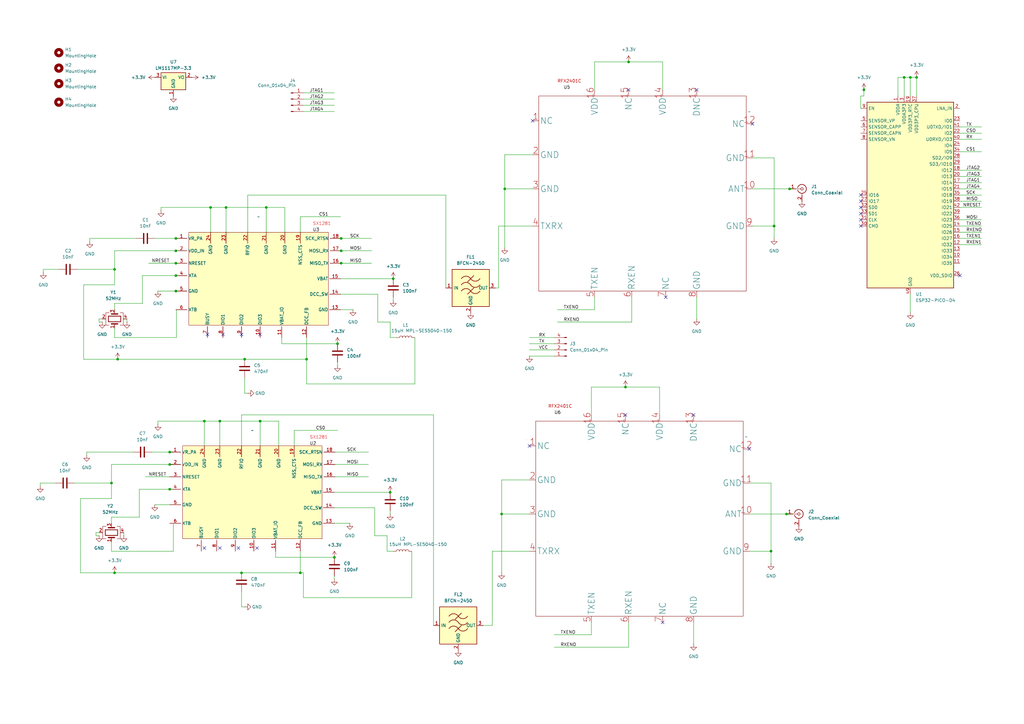
<source format=kicad_sch>
(kicad_sch (version 20250114) (generator "eeschema") (generator_version "9.0")
  (paper "A3")
  (lib_symbols
    (symbol "Connector:Conn_01x04_Pin" (pin_names (offset 1.016) (hide yes))
      (property "Reference" "J" (at 0 5.08 0))
      (property "Value" "Conn_01x04_Pin" (at 0 -7.62 0))
      (symbol "Conn_01x04_Pin_1_1"
        (rectangle (start 0.8636 2.667) (end 0 2.413) (stroke (width 0.1524)) (fill (type outline)))
        (rectangle (start 0.8636 0.127) (end 0 -0.127) (stroke (width 0.1524)) (fill (type outline)))
        (rectangle (start 0.8636 -2.413) (end 0 -2.667) (stroke (width 0.1524)) (fill (type outline)))
        (rectangle (start 0.8636 -4.953) (end 0 -5.207) (stroke (width 0.1524)) (fill (type outline)))
        (polyline (pts (xy 1.27 2.54) (xy 0.8636 2.54)) (stroke (width 0.1524)))
        (polyline (pts (xy 1.27 0) (xy 0.8636 0)) (stroke (width 0.1524)))
        (polyline (pts (xy 1.27 -2.54) (xy 0.8636 -2.54)) (stroke (width 0.1524)))
        (polyline (pts (xy 1.27 -5.08) (xy 0.8636 -5.08)) (stroke (width 0.1524)))
        (pin passive line (at 5.08 2.54 180) (length 3.81) (name "Pin_1") (number "1"))
        (pin passive line (at 5.08 0 180) (length 3.81) (name "Pin_2") (number "2"))
        (pin passive line (at 5.08 -2.54 180) (length 3.81) (name "Pin_3") (number "3"))
        (pin passive line (at 5.08 -5.08 180) (length 3.81) (name "Pin_4") (number "4"))
      )
    )
    (symbol "Connector:Conn_Coaxial" (pin_names (offset 1.016) (hide yes))
      (property "Reference" "J" (at 0.254 3.048 0))
      (property "Value" "Conn_Coaxial" (at 2.921 0 90))
      (symbol "Conn_Coaxial_0_1"
        (polyline (pts (xy -2.54 0) (xy -0.508 0)))
        (arc (start 1.778 0) (mid 0.222 -1.8079) (end -1.778 -0.508) (stroke (width 0.254)))
        (arc (start -1.778 0.508) (mid 0.2221 1.8084) (end 1.778 0) (stroke (width 0.254)))
        (circle (center 0 0) (radius 0.508) (stroke (width 0.2032)))
        (polyline (pts (xy 0 -2.54) (xy 0 -1.778)))
      )
      (symbol "Conn_Coaxial_1_1"
        (pin passive line (at -5.08 0 0) (length 2.54) (name "In") (number "1"))
        (pin passive line (at 0 -5.08 90) (length 2.54) (name "Ext") (number "2"))
      )
    )
    (symbol "Device:C" (pin_numbers (hide yes)) (pin_names (offset 0.254))
      (property "Reference" "C" (at 0.635 2.54 0))
      (property "Value" "C" (at 0.635 -2.54 0))
      (symbol "C_0_1"
        (polyline (pts (xy -2.032 0.762) (xy 2.032 0.762)) (stroke (width 0.508)))
        (polyline (pts (xy -2.032 -0.762) (xy 2.032 -0.762)) (stroke (width 0.508)))
      )
      (symbol "C_1_1"
        (pin passive line (at 0 3.81 270) (length 2.794) (name "~") (number "1"))
        (pin passive line (at 0 -3.81 90) (length 2.794) (name "~") (number "2"))
      )
    )
    (symbol "Device:Crystal_GND24" (pin_names (offset 1.016) (hide yes))
      (property "Reference" "Y" (at 3.175 5.08 0))
      (property "Value" "Crystal_GND24" (at 3.175 3.175 0))
      (symbol "Crystal_GND24_0_1"
        (polyline (pts (xy -2.54 2.286) (xy -2.54 3.556) (xy 2.54 3.556) (xy 2.54 2.286)))
        (polyline (pts (xy -2.54 0) (xy -2.032 0)))
        (polyline (pts (xy -2.54 -2.286) (xy -2.54 -3.556) (xy 2.54 -3.556) (xy 2.54 -2.286)))
        (polyline (pts (xy -2.032 -1.27) (xy -2.032 1.27)) (stroke (width 0.508)))
        (rectangle (start -1.143 2.54) (end 1.143 -2.54) (stroke (width 0.3048)))
        (polyline (pts (xy 0 3.556) (xy 0 3.81)))
        (polyline (pts (xy 0 -3.81) (xy 0 -3.556)))
        (polyline (pts (xy 2.032 0) (xy 2.54 0)))
        (polyline (pts (xy 2.032 -1.27) (xy 2.032 1.27)) (stroke (width 0.508)))
      )
      (symbol "Crystal_GND24_1_1"
        (pin passive line (at -3.81 0 0) (length 1.27) (name "1") (number "1"))
        (pin passive line (at 0 5.08 270) (length 1.27) (name "2") (number "2"))
        (pin passive line (at 0 -5.08 90) (length 1.27) (name "4") (number "4"))
        (pin passive line (at 3.81 0 180) (length 1.27) (name "3") (number "3"))
      )
    )
    (symbol "Device:L" (pin_numbers (hide yes)) (pin_names (offset 1.016) (hide yes))
      (property "Reference" "L" (at -1.27 0 90))
      (property "Value" "L" (at 1.905 0 90))
      (symbol "L_0_1"
        (arc (start 0 2.54) (mid 0.6323 1.905) (end 0 1.27))
        (arc (start 0 1.27) (mid 0.6323 0.635) (end 0 0))
        (arc (start 0 0) (mid 0.6323 -0.635) (end 0 -1.27))
        (arc (start 0 -1.27) (mid 0.6323 -1.905) (end 0 -2.54))
      )
      (symbol "L_1_1"
        (pin passive line (at 0 3.81 270) (length 1.27) (name "1") (number "1"))
        (pin passive line (at 0 -3.81 90) (length 1.27) (name "2") (number "2"))
      )
    )
    (symbol "MCU_Espressif:ESP32-PICO-D4"
      (property "Reference" "U" (at -17.78 39.37 0))
      (property "Value" "ESP32-PICO-D4" (at 3.81 39.37 0))
      (symbol "ESP32-PICO-D4_0_0"
        (pin input line (at -20.32 35.56 0) (length 2.54) (name "EN") (number "9"))
        (pin input line (at -20.32 30.48 0) (length 2.54) (name "SENSOR_VP") (number "5"))
        (pin input line (at -20.32 27.94 0) (length 2.54) (name "SENSOR_CAPP") (number "6"))
        (pin input line (at -20.32 25.4 0) (length 2.54) (name "SENSOR_CAPN") (number "7"))
        (pin input line (at -20.32 22.86 0) (length 2.54) (name "SENSOR_VN") (number "8"))
        (pin bidirectional line (at -20.32 0 0) (length 2.54) (name "IO16") (number "25"))
        (pin bidirectional line (at -20.32 -2.54 0) (length 2.54) (name "IO17") (number "27"))
        (pin bidirectional line (at -20.32 -5.08 0) (length 2.54) (name "SD0") (number "32"))
        (pin bidirectional line (at -20.32 -7.62 0) (length 2.54) (name "SD1") (number "33"))
        (pin bidirectional line (at -20.32 -10.16 0) (length 2.54) (name "CLK") (number "31"))
        (pin bidirectional line (at -20.32 -12.7 0) (length 2.54) (name "CMD") (number "30"))
        (pin no_connect line (at -17.78 -25.4 0) (length 2.54) (hide yes) (name "XTAL_N_NC") (number "44"))
        (pin no_connect line (at -17.78 -27.94 0) (length 2.54) (hide yes) (name "XTAL_P_NC") (number "45"))
        (pin no_connect line (at -17.78 -30.48 0) (length 2.54) (hide yes) (name "CAP2_NC") (number "47"))
        (pin no_connect line (at -17.78 -33.02 0) (length 2.54) (hide yes) (name "CAP1_NC") (number "48"))
        (pin power_in line (at -5.08 40.64 270) (length 2.54) (name "VDDA") (number "1"))
        (pin passive line (at -5.08 40.64 270) (length 2.54) (hide yes) (name "VDDA") (number "43"))
        (pin passive line (at -5.08 40.64 270) (length 2.54) (hide yes) (name "VDDA") (number "46"))
        (pin power_in line (at -2.54 40.64 270) (length 2.54) (name "VDDA3P3") (number "3"))
        (pin passive line (at -2.54 40.64 270) (length 2.54) (hide yes) (name "VDDA3P3") (number "4"))
        (pin power_in line (at 0 40.64 270) (length 2.54) (name "VDD3P3_RTC") (number "19"))
        (pin power_in line (at 0 -40.64 90) (length 2.54) (name "GND") (number "49"))
        (pin power_in line (at 2.54 40.64 270) (length 2.54) (name "VDD3P3_CPU") (number "37"))
        (pin bidirectional line (at 20.32 35.56 180) (length 2.54) (name "LNA_IN") (number "2"))
        (pin bidirectional line (at 20.32 30.48 180) (length 2.54) (name "IO0") (number "23"))
        (pin bidirectional line (at 20.32 27.94 180) (length 2.54) (name "U0TXD/IO1") (number "41"))
        (pin bidirectional line (at 20.32 25.4 180) (length 2.54) (name "IO2") (number "22"))
        (pin bidirectional line (at 20.32 22.86 180) (length 2.54) (name "U0RXD/IO3") (number "40"))
        (pin bidirectional line (at 20.32 20.32 180) (length 2.54) (name "IO4") (number "24"))
        (pin bidirectional line (at 20.32 17.78 180) (length 2.54) (name "IO5") (number "34"))
        (pin bidirectional line (at 20.32 15.24 180) (length 2.54) (name "SD2/IO9") (number "28"))
        (pin bidirectional line (at 20.32 12.7 180) (length 2.54) (name "SD3/IO10") (number "29"))
        (pin bidirectional line (at 20.32 10.16 180) (length 2.54) (name "IO12") (number "18"))
        (pin bidirectional line (at 20.32 7.62 180) (length 2.54) (name "IO13") (number "20"))
        (pin bidirectional line (at 20.32 5.08 180) (length 2.54) (name "IO14") (number "17"))
        (pin bidirectional line (at 20.32 2.54 180) (length 2.54) (name "IO15") (number "21"))
        (pin bidirectional line (at 20.32 0 180) (length 2.54) (name "IO18") (number "35"))
        (pin bidirectional line (at 20.32 -2.54 180) (length 2.54) (name "IO19") (number "38"))
        (pin bidirectional line (at 20.32 -5.08 180) (length 2.54) (name "IO21") (number "42"))
        (pin bidirectional line (at 20.32 -7.62 180) (length 2.54) (name "IO22") (number "39"))
        (pin bidirectional line (at 20.32 -10.16 180) (length 2.54) (name "IO23") (number "36"))
        (pin bidirectional line (at 20.32 -12.7 180) (length 2.54) (name "IO25") (number "14"))
        (pin bidirectional line (at 20.32 -15.24 180) (length 2.54) (name "IO26") (number "15"))
        (pin bidirectional line (at 20.32 -17.78 180) (length 2.54) (name "IO27") (number "16"))
        (pin bidirectional line (at 20.32 -20.32 180) (length 2.54) (name "IO32") (number "12"))
        (pin bidirectional line (at 20.32 -22.86 180) (length 2.54) (name "IO33") (number "13"))
        (pin input line (at 20.32 -25.4 180) (length 2.54) (name "IO34") (number "10"))
        (pin input line (at 20.32 -27.94 180) (length 2.54) (name "IO35") (number "11"))
        (pin power_out line (at 20.32 -33.02 180) (length 2.54) (name "VDD_SDIO") (number "26"))
      )
      (symbol "ESP32-PICO-D4_0_1"
        (rectangle (start -17.78 38.1) (end 17.78 -38.1) (stroke (width 0.254)) (fill (type background)))
      )
    )
    (symbol "Mechanical:MountingHole" (pin_names (offset 1.016)) (in_bom no)
      (property "Reference" "H" (at 0 5.08 0))
      (property "Value" "MountingHole" (at 0 3.175 0))
      (symbol "MountingHole_0_1"
        (circle (center 0 0) (radius 1.27) (stroke (width 1.27)))
      )
    )
    (symbol "New_Library:RF2401C"
      (symbol "RF2401C_0_1"
        (rectangle (start -97.79 27.94) (end -97.79 27.94))
        (rectangle (start -95.25 27.94) (end -95.25 27.94))
        (rectangle (start -93.98 35.56) (end -8.89 -44.45))
        (rectangle (start -88.9 -13.97) (end -88.9 -13.97))
      )
      (symbol "RF2401C_1_1"
        (pin input line (at -96.52 25.4 0) (length 2.54) (name "NC") (number "1"))
        (pin input line (at -96.52 11.43 0) (length 2.54) (name "GND") (number "2"))
        (pin input line (at -96.52 -2.54 0) (length 2.54) (name "GND") (number "3"))
        (pin input line (at -96.52 -17.78 0) (length 2.54) (name "TXRX") (number "4"))
        (pin input line (at -71.12 38.1 270) (length 2.54) (name "VDD") (number "16"))
        (pin input line (at -71.12 -46.99 90) (length 2.54) (name "TXEN") (number "5"))
        (pin input line (at -57.15 38.1 270) (length 2.54) (name "NC") (number "15"))
        (pin input line (at -55.88 -46.99 90) (length 2.54) (name "RXEN") (number "6"))
        (pin input line (at -43.18 38.1 270) (length 2.54) (name "VDD") (number "14"))
        (pin input line (at -41.91 -46.99 90) (length 2.54) (name "NC") (number "7"))
        (pin input line (at -29.21 38.1 270) (length 2.54) (name "DNC") (number "13"))
        (pin input line (at -29.21 -46.99 90) (length 2.54) (name "GND") (number "8"))
        (pin input line (at -6.35 24.13 180) (length 2.54) (name "NC") (number "12"))
        (pin input line (at -6.35 10.16 180) (length 2.54) (name "GND") (number "11"))
        (pin input line (at -6.35 -2.54 180) (length 2.54) (name "ANT") (number "10"))
        (pin input line (at -6.35 -17.78 180) (length 2.54) (name "GND") (number "9"))
      )
    )
    (symbol "RF_Filter:BFCN-2450"
      (property "Reference" "FL" (at 0 10.795 0))
      (property "Value" "BFCN-2450" (at 0 8.89 0))
      (symbol "BFCN-2450_0_1"
        (rectangle (start -7.62 7.62) (end 7.62 -7.62) (stroke (width 0.254)) (fill (type background)))
        (arc (start -3.81 3.81) (mid -1.905 4.8295) (end 0 3.81) (stroke (width 0.254)))
        (arc (start -3.81 1.27) (mid -1.905 2.2895) (end 0 1.27) (stroke (width 0.254)))
        (arc (start -3.81 -1.27) (mid -1.905 -0.2505) (end 0 -1.27) (stroke (width 0.254)))
        (polyline (pts (xy -1.27 2.54) (xy 1.27 5.08)) (stroke (width 0.254)))
        (polyline (pts (xy -1.27 -2.54) (xy 1.27 0)) (stroke (width 0.254)))
        (arc (start 3.81 3.81) (mid 1.905 2.7905) (end 0 3.81) (stroke (width 0.254)))
        (arc (start 3.81 1.27) (mid 1.905 0.2505) (end 0 1.27) (stroke (width 0.254)))
        (arc (start 3.81 -1.27) (mid 1.905 -2.2895) (end 0 -1.27) (stroke (width 0.254)))
      )
      (symbol "BFCN-2450_1_1"
        (pin passive line (at -10.16 0 0) (length 2.54) (name "IN") (number "1"))
        (pin passive line (at 0 -10.16 90) (length 2.54) (name "GND") (number "2"))
        (pin passive line (at 0 -10.16 90) (length 2.54) (hide yes) (name "GND") (number "4"))
        (pin passive line (at 10.16 0 180) (length 2.54) (name "OUT") (number "3"))
      )
    )
    (symbol "Regulator_Linear:LM1117MP-3.3"
      (property "Reference" "U" (at -3.81 3.175 0))
      (property "Value" "LM1117MP-3.3" (at 0 3.175 0))
      (symbol "LM1117MP-3.3_0_1"
        (rectangle (start -5.08 -5.08) (end 5.08 1.905) (stroke (width 0.254)) (fill (type background)))
      )
      (symbol "LM1117MP-3.3_1_1"
        (pin power_in line (at -7.62 0 0) (length 2.54) (name "VI") (number "3"))
        (pin power_in line (at 0 -7.62 90) (length 2.54) (name "GND") (number "1"))
        (pin power_out line (at 7.62 0 180) (length 2.54) (name "VO") (number "2"))
      )
    )
    (symbol "SX1281_1"
      (property "Value" "~" (at -3.175 6.35 0))
      (symbol "SX1281_1_0_1"
        (rectangle (start 25.4 -38.1) (end 25.4 -38.1))
        (rectangle (start 25.4 -38.1) (end 25.4 -38.1))
        (rectangle (start 25.4 -38.1) (end 25.4 -38.1))
      )
      (symbol "SX1281_1_1_1"
        (rectangle (start -31.75 0) (end 25.4 -38.1) (fill (type background)))
        (pin input line (at -37.084 -2.54 0) (length 4.572) (name "VR_PA") (number "1"))
        (pin input line (at -37.084 -7.62 0) (length 4.572) (name "VDD_IN") (number "2"))
        (pin input line (at -37.084 -12.7 0) (length 4.572) (name "NRESET") (number "3"))
        (pin input line (at -37.084 -17.78 0) (length 4.572) (name "XTA") (number "4"))
        (pin input line (at -37.084 -24.13 0) (length 4.572) (name "GND") (number "5"))
        (pin input line (at -37.084 -31.75 0) (length 4.572) (name "XTB") (number "6"))
        (pin input line (at -24.13 -43.18 90) (length 4.572) (name "BUSY") (number "7"))
        (pin power_in line (at -22.86 0 270) (length 4.572) (name "GND") (number "24"))
        (pin bidirectional line (at -17.78 -43.18 90) (length 4.572) (name "DIO1") (number "8"))
        (pin power_in line (at -16.51 0 270) (length 4.572) (name "GND") (number "23"))
        (pin bidirectional line (at -10.16 -43.18 90) (length 4.572) (name "DIO2") (number "9"))
        (pin bidirectional line (at -7.62 0 270) (length 4.572) (name "RFIO") (number "22"))
        (pin bidirectional line (at -2.54 -43.18 90) (length 4.572) (name "DIO3") (number "10"))
        (pin power_in line (at 0 0 270) (length 4.572) (name "GND") (number "21"))
        (pin bidirectional line (at 6.35 -43.18 90) (length 4.572) (name "VBAT_IO") (number "11"))
        (pin power_in line (at 7.62 0 270) (length 4.572) (name "GND") (number "20"))
        (pin input line (at 13.97 0 270) (length 4.572) (name "NSS_CTS") (number "19"))
        (pin bidirectional line (at 16.51 -43.18 90) (length 4.572) (name "DCC_FB") (number "12"))
        (pin power_in line (at 30.48 -19.05 180) (length 4.572) (name "VBAT") (number "15"))
        (pin bidirectional line (at 30.48 -25.4 180) (length 4.572) (name "DCC_SW") (number "14"))
        (pin input line (at 30.48 -31.75 180) (length 4.572) (name "GND") (number "13"))
        (pin input line (at 30.734 -2.54 180) (length 4.572) (name "SCK_RTSN") (number "18"))
        (pin input line (at 30.734 -7.62 180) (length 4.572) (name "MOSI_RX") (number "17"))
        (pin output line (at 30.734 -12.7 180) (length 4.572) (name "MISO_TX") (number "16"))
      )
    )
    (symbol "power:+3.3V" (power) (pin_numbers (hide yes)) (pin_names (offset 0) (hide yes))
      (property "Value" "+3.3V" (at 0 3.556 0))
      (symbol "+3.3V_0_1"
        (polyline (pts (xy -0.762 1.27) (xy 0 2.54)))
        (polyline (pts (xy 0 2.54) (xy 0.762 1.27)))
        (polyline (pts (xy 0 0) (xy 0 2.54)))
      )
      (symbol "+3.3V_1_1"
        (pin power_in line (at 0 0 90) (length 0) (name "~") (number "1"))
      )
    )
    (symbol "power:GND" (power) (pin_numbers (hide yes)) (pin_names (offset 0) (hide yes))
      (property "Value" "GND" (at 0 -3.81 0))
      (symbol "GND_0_1"
        (polyline (pts (xy 0 0) (xy 0 -1.27) (xy 1.27 -1.27) (xy 0 -2.54) (xy -1.27 -1.27) (xy 0 -1.27)))
      )
      (symbol "GND_1_1"
        (pin power_in line (at 0 0 270) (length 0) (name "~") (number "1"))
      )
    )
  )
  (junction (at 46.99 110.49))
  (junction (at 72.136 97.79))
  (junction (at 322.58 210.82))
  (junction (at 207.01 77.47))
  (junction (at 205.74 210.82))
  (junction (at 72.136 102.87))
  (junction (at 161.29 114.3))
  (junction (at 72.136 107.95))
  (junction (at 160.02 201.93))
  (junction (at 373.38 31.75))
  (junction (at 72.136 119.38))
  (junction (at 138.43 140.97))
  (junction (at 69.596 185.42))
  (junction (at 72.136 113.03))
  (junction (at 92.71 85.09))
  (junction (at 375.92 31.75))
  (junction (at 83.82 172.72))
  (junction (at 100.33 147.32))
  (junction (at 106.68 172.72))
  (junction (at 257.81 25.4))
  (junction (at 125.73 147.32))
  (junction (at 323.85 77.47))
  (junction (at 354.33 36.83))
  (junction (at 99.06 234.95))
  (junction (at 370.84 31.75))
  (junction (at 137.16 228.6))
  (junction (at 256.54 158.75))
  (junction (at 45.72 198.12))
  (junction (at 139.954 107.95))
  (junction (at 48.26 147.32))
  (junction (at 109.22 85.09))
  (junction (at 139.954 97.79))
  (junction (at 46.99 234.95))
  (junction (at 86.36 85.09))
  (junction (at 317.5 92.71))
  (junction (at 69.596 200.66))
  (junction (at 69.596 190.5))
  (junction (at 316.23 226.06))
  (junction (at 139.954 102.87))
  (junction (at 90.17 172.72))
  (junction (at 123.19 234.95))
  (no_connect (at 217.17 182.88))
  (no_connect (at 307.34 184.15))
  (no_connect (at 353.06 85.09))
  (no_connect (at 285.75 36.83))
  (no_connect (at 91.44 137.16))
  (no_connect (at 353.06 90.17))
  (no_connect (at 256.54 170.18))
  (no_connect (at 97.79 224.79))
  (no_connect (at 99.06 137.16))
  (no_connect (at 90.17 224.79))
  (no_connect (at 284.48 170.18))
  (no_connect (at 85.09 137.16))
  (no_connect (at 218.44 49.53))
  (no_connect (at 271.78 255.27))
  (no_connect (at 353.06 80.01))
  (no_connect (at 353.06 87.63))
  (no_connect (at 308.61 50.8))
  (no_connect (at 393.7 113.03))
  (no_connect (at 105.41 224.79))
  (no_connect (at 353.06 82.55))
  (no_connect (at 353.06 92.71))
  (no_connect (at 273.05 121.92))
  (no_connect (at 83.82 224.79))
  (no_connect (at 106.68 137.16))
  (no_connect (at 257.81 36.83))
  (wire (pts (xy 46.99 124.46) (xy 46.99 127)))
  (wire (pts (xy 242.57 255.27) (xy 242.57 260.35)))
  (wire (pts (xy 201.93 256.54) (xy 198.12 256.54)))
  (wire (pts (xy 31.75 110.49) (xy 46.99 110.49)))
  (wire (pts (xy 242.57 158.75) (xy 256.54 158.75)))
  (wire (pts (xy 393.7 52.07) (xy 402.59 52.07)))
  (wire (pts (xy 72.136 102.87) (xy 46.99 102.87)))
  (wire (pts (xy 158.75 226.06) (xy 161.29 226.06)))
  (wire (pts (xy 99.06 170.18) (xy 99.06 182.88)))
  (wire (pts (xy 242.57 170.18) (xy 242.57 158.75)))
  (wire (pts (xy 124.46 38.1) (xy 137.16 38.1)))
  (wire (pts (xy 160.02 209.55) (xy 160.02 210.82)))
  (wire (pts (xy 35.56 185.42) (xy 54.61 185.42)))
  (wire (pts (xy 243.84 25.4) (xy 257.81 25.4)))
  (wire (pts (xy 101.6 80.01) (xy 101.6 95.25)))
  (wire (pts (xy 58.42 124.46) (xy 46.99 124.46)))
  (wire (pts (xy 354.33 35.56) (xy 354.33 36.83)))
  (wire (pts (xy 393.7 69.85) (xy 402.59 69.85)))
  (wire (pts (xy 393.7 72.39) (xy 402.59 72.39)))
  (wire (pts (xy 39.37 219.71) (xy 40.64 219.71)))
  (wire (pts (xy 45.72 198.12) (xy 45.72 204.47)))
  (wire (pts (xy 354.33 39.37) (xy 353.06 39.37)))
  (wire (pts (xy 62.23 185.42) (xy 69.596 185.42)))
  (wire (pts (xy 317.5 64.77) (xy 317.5 92.71)))
  (wire (pts (xy 16.51 198.12) (xy 16.51 199.39)))
  (wire (pts (xy 153.67 208.28) (xy 153.67 219.71)))
  (wire (pts (xy 100.33 161.29) (xy 100.33 154.94)))
  (wire (pts (xy 72.136 97.79) (xy 72.39 97.79)))
  (wire (pts (xy 153.67 219.71) (xy 158.75 219.71)))
  (wire (pts (xy 368.3 39.37) (xy 368.3 31.75)))
  (wire (pts (xy 115.57 140.97) (xy 138.43 140.97)))
  (wire (pts (xy 123.19 234.95) (xy 124.46 234.95)))
  (wire (pts (xy 393.7 57.15) (xy 402.59 57.15)))
  (wire (pts (xy 393.7 97.79) (xy 402.59 97.79)))
  (wire (pts (xy 257.81 255.27) (xy 257.81 265.43)))
  (wire (pts (xy 373.38 31.75) (xy 375.92 31.75)))
  (wire (pts (xy 393.7 54.61) (xy 402.59 54.61)))
  (wire (pts (xy 168.91 226.06) (xy 168.91 245.11)))
  (wire (pts (xy 308.61 77.47) (xy 323.85 77.47)))
  (wire (pts (xy 205.74 196.85) (xy 205.74 210.82)))
  (wire (pts (xy 393.7 92.71) (xy 402.59 92.71)))
  (wire (pts (xy 72.39 127) (xy 72.39 138.43)))
  (wire (pts (xy 393.7 74.93) (xy 402.59 74.93)))
  (wire (pts (xy 259.08 121.92) (xy 259.08 132.08)))
  (wire (pts (xy 64.77 119.38) (xy 72.136 119.38)))
  (wire (pts (xy 46.99 116.84) (xy 34.29 116.84)))
  (wire (pts (xy 139.7 127) (xy 144.78 127)))
  (wire (pts (xy 316.23 198.12) (xy 316.23 226.06)))
  (wire (pts (xy 46.99 134.62) (xy 46.99 138.43)))
  (wire (pts (xy 106.68 182.88) (xy 106.68 172.72)))
  (wire (pts (xy 125.73 147.32) (xy 125.73 138.43)))
  (wire (pts (xy 307.34 226.06) (xy 316.23 226.06)))
  (wire (pts (xy 113.03 228.6) (xy 137.16 228.6)))
  (wire (pts (xy 60.96 107.95) (xy 72.136 107.95)))
  (wire (pts (xy 205.74 210.82) (xy 205.74 234.95)))
  (wire (pts (xy 106.68 172.72) (xy 114.3 172.72)))
  (wire (pts (xy 139.7 120.65) (xy 154.94 120.65)))
  (wire (pts (xy 40.64 132.08) (xy 41.91 132.08)))
  (wire (pts (xy 393.7 80.01) (xy 402.59 80.01)))
  (wire (pts (xy 36.83 97.79) (xy 36.83 99.06)))
  (wire (pts (xy 201.93 256.54) (xy 201.93 226.06)))
  (wire (pts (xy 71.12 214.63) (xy 71.12 226.06)))
  (wire (pts (xy 72.136 113.03) (xy 58.42 113.03)))
  (wire (pts (xy 161.29 121.92) (xy 161.29 123.19)))
  (wire (pts (xy 393.7 77.47) (xy 402.59 77.47)))
  (wire (pts (xy 45.72 212.09) (xy 45.72 214.63)))
  (wire (pts (xy 69.596 190.5) (xy 71.12 190.5)))
  (wire (pts (xy 284.48 255.27) (xy 284.48 264.16)))
  (wire (pts (xy 34.29 116.84) (xy 34.29 147.32)))
  (wire (pts (xy 86.36 85.09) (xy 66.04 85.09)))
  (wire (pts (xy 393.7 82.55) (xy 402.59 82.55)))
  (wire (pts (xy 207.01 77.47) (xy 218.44 77.47)))
  (wire (pts (xy 170.18 157.48) (xy 125.73 157.48)))
  (wire (pts (xy 40.64 218.44) (xy 39.37 218.44)))
  (wire (pts (xy 115.57 138.43) (xy 115.57 140.97)))
  (wire (pts (xy 375.92 31.75) (xy 375.92 39.37)))
  (wire (pts (xy 63.5 97.79) (xy 72.136 97.79)))
  (wire (pts (xy 137.414 190.5) (xy 151.13 190.5)))
  (wire (pts (xy 34.29 147.32) (xy 48.26 147.32)))
  (wire (pts (xy 33.02 234.95) (xy 46.99 234.95)))
  (wire (pts (xy 177.8 170.18) (xy 177.8 256.54)))
  (wire (pts (xy 120.65 176.53) (xy 138.43 176.53)))
  (wire (pts (xy 100.33 161.29) (xy 101.6 161.29)))
  (wire (pts (xy 123.19 234.95) (xy 123.19 226.06)))
  (wire (pts (xy 170.18 138.43) (xy 170.18 157.48)))
  (wire (pts (xy 48.26 147.32) (xy 100.33 147.32)))
  (wire (pts (xy 66.04 85.09) (xy 66.04 86.36)))
  (wire (pts (xy 69.596 190.5) (xy 45.72 190.5)))
  (wire (pts (xy 137.16 236.22) (xy 137.16 237.49)))
  (wire (pts (xy 217.17 226.06) (xy 201.93 226.06)))
  (wire (pts (xy 373.38 39.37) (xy 373.38 31.75)))
  (wire (pts (xy 138.43 148.59) (xy 138.43 149.86)))
  (wire (pts (xy 393.7 90.17) (xy 402.59 90.17)))
  (wire (pts (xy 137.414 195.58) (xy 151.13 195.58)))
  (wire (pts (xy 207.01 63.5) (xy 207.01 77.47)))
  (wire (pts (xy 256.54 158.75) (xy 270.51 158.75)))
  (wire (pts (xy 30.48 198.12) (xy 45.72 198.12)))
  (wire (pts (xy 217.17 146.05) (xy 227.33 146.05)))
  (wire (pts (xy 227.33 260.35) (xy 242.57 260.35)))
  (wire (pts (xy 72.136 119.38) (xy 72.39 119.38)))
  (wire (pts (xy 217.17 138.43) (xy 227.33 138.43)))
  (wire (pts (xy 124.46 43.18) (xy 137.16 43.18)))
  (wire (pts (xy 16.51 198.12) (xy 22.86 198.12)))
  (wire (pts (xy 124.46 40.64) (xy 137.16 40.64)))
  (wire (pts (xy 393.7 85.09) (xy 402.59 85.09)))
  (wire (pts (xy 41.91 130.81) (xy 40.64 130.81)))
  (wire (pts (xy 393.7 100.33) (xy 402.59 100.33)))
  (wire (pts (xy 368.3 31.75) (xy 370.84 31.75)))
  (wire (pts (xy 17.78 110.49) (xy 24.13 110.49)))
  (wire (pts (xy 83.82 172.72) (xy 64.77 172.72)))
  (wire (pts (xy 109.22 95.25) (xy 109.22 85.09)))
  (wire (pts (xy 57.15 212.09) (xy 45.72 212.09)))
  (wire (pts (xy 139.7 102.87) (xy 139.954 102.87)))
  (wire (pts (xy 86.36 95.25) (xy 86.36 85.09)))
  (wire (pts (xy 113.03 226.06) (xy 113.03 228.6)))
  (wire (pts (xy 17.78 110.49) (xy 17.78 111.76)))
  (wire (pts (xy 46.99 234.95) (xy 99.06 234.95)))
  (wire (pts (xy 52.07 130.81) (xy 52.07 132.08)))
  (wire (pts (xy 139.954 102.87) (xy 152.4 102.87)))
  (wire (pts (xy 243.84 36.83) (xy 243.84 25.4)))
  (wire (pts (xy 323.85 77.47) (xy 326.39 77.47)))
  (wire (pts (xy 99.06 248.92) (xy 100.33 248.92)))
  (wire (pts (xy 100.33 147.32) (xy 125.73 147.32)))
  (wire (pts (xy 45.72 226.06) (xy 71.12 226.06)))
  (wire (pts (xy 139.954 107.95) (xy 152.4 107.95)))
  (wire (pts (xy 33.02 204.47) (xy 33.02 234.95)))
  (wire (pts (xy 120.65 182.88) (xy 120.65 176.53)))
  (wire (pts (xy 35.56 185.42) (xy 35.56 186.69)))
  (wire (pts (xy 373.38 120.65) (xy 373.38 128.27)))
  (wire (pts (xy 99.06 248.92) (xy 99.06 242.57)))
  (wire (pts (xy 317.5 92.71) (xy 317.5 97.79)))
  (wire (pts (xy 307.34 198.12) (xy 316.23 198.12)))
  (wire (pts (xy 123.19 88.9) (xy 139.7 88.9)))
  (wire (pts (xy 69.596 200.66) (xy 57.15 200.66)))
  (wire (pts (xy 217.17 196.85) (xy 205.74 196.85)))
  (wire (pts (xy 45.72 204.47) (xy 33.02 204.47)))
  (wire (pts (xy 139.7 114.3) (xy 161.29 114.3)))
  (wire (pts (xy 50.8 218.44) (xy 50.8 219.71)))
  (wire (pts (xy 228.6 127) (xy 243.84 127)))
  (wire (pts (xy 46.99 102.87) (xy 46.99 110.49)))
  (wire (pts (xy 39.37 218.44) (xy 39.37 219.71)))
  (wire (pts (xy 182.88 80.01) (xy 101.6 80.01)))
  (wire (pts (xy 393.7 62.23) (xy 402.59 62.23)))
  (wire (pts (xy 168.91 245.11) (xy 124.46 245.11)))
  (wire (pts (xy 218.44 92.71) (xy 204.47 92.71)))
  (wire (pts (xy 137.16 208.28) (xy 153.67 208.28)))
  (wire (pts (xy 308.61 64.77) (xy 317.5 64.77)))
  (wire (pts (xy 243.84 121.92) (xy 243.84 127)))
  (wire (pts (xy 285.75 121.92) (xy 285.75 130.81)))
  (wire (pts (xy 207.01 77.47) (xy 207.01 101.6)))
  (wire (pts (xy 160.02 138.43) (xy 162.56 138.43)))
  (wire (pts (xy 92.71 85.09) (xy 86.36 85.09)))
  (wire (pts (xy 58.42 113.03) (xy 58.42 124.46)))
  (wire (pts (xy 218.44 63.5) (xy 207.01 63.5)))
  (wire (pts (xy 271.78 25.4) (xy 271.78 36.83)))
  (wire (pts (xy 90.17 172.72) (xy 106.68 172.72)))
  (wire (pts (xy 182.88 118.11) (xy 182.88 80.01)))
  (wire (pts (xy 308.61 92.71) (xy 317.5 92.71)))
  (wire (pts (xy 36.83 97.79) (xy 55.88 97.79)))
  (wire (pts (xy 137.414 185.42) (xy 151.13 185.42)))
  (wire (pts (xy 160.02 132.08) (xy 160.02 138.43)))
  (wire (pts (xy 322.58 210.82) (xy 325.12 210.82)))
  (wire (pts (xy 123.19 95.25) (xy 123.19 88.9)))
  (wire (pts (xy 57.15 200.66) (xy 57.15 212.09)))
  (wire (pts (xy 353.06 39.37) (xy 353.06 44.45)))
  (wire (pts (xy 227.33 265.43) (xy 257.81 265.43)))
  (wire (pts (xy 139.7 97.79) (xy 139.954 97.79)))
  (wire (pts (xy 64.77 172.72) (xy 64.77 173.99)))
  (wire (pts (xy 370.84 31.75) (xy 373.38 31.75)))
  (wire (pts (xy 139.7 107.95) (xy 139.954 107.95)))
  (wire (pts (xy 154.94 132.08) (xy 160.02 132.08)))
  (wire (pts (xy 307.34 210.82) (xy 322.58 210.82)))
  (wire (pts (xy 72.39 102.87) (xy 72.136 102.87)))
  (wire (pts (xy 139.954 97.79) (xy 152.4 97.79)))
  (wire (pts (xy 83.82 172.72) (xy 90.17 172.72)))
  (wire (pts (xy 114.3 182.88) (xy 114.3 172.72)))
  (wire (pts (xy 45.72 190.5) (xy 45.72 198.12)))
  (wire (pts (xy 204.47 118.11) (xy 203.2 118.11)))
  (wire (pts (xy 124.46 245.11) (xy 124.46 234.95)))
  (wire (pts (xy 69.596 200.66) (xy 71.12 200.66)))
  (wire (pts (xy 116.84 85.09) (xy 109.22 85.09)))
  (wire (pts (xy 116.84 95.25) (xy 116.84 85.09)))
  (wire (pts (xy 69.596 185.42) (xy 71.12 185.42)))
  (wire (pts (xy 99.06 234.95) (xy 123.19 234.95)))
  (wire (pts (xy 370.84 39.37) (xy 370.84 31.75)))
  (wire (pts (xy 59.69 195.58) (xy 69.596 195.58)))
  (wire (pts (xy 177.8 170.18) (xy 99.06 170.18)))
  (wire (pts (xy 125.73 157.48) (xy 125.73 147.32)))
  (wire (pts (xy 63.5 207.01) (xy 69.596 207.01)))
  (wire (pts (xy 228.6 132.08) (xy 259.08 132.08)))
  (wire (pts (xy 72.136 107.95) (xy 72.39 107.95)))
  (wire (pts (xy 204.47 118.11) (xy 204.47 92.71)))
  (wire (pts (xy 316.23 226.06) (xy 316.23 231.14)))
  (wire (pts (xy 154.94 120.65) (xy 154.94 132.08)))
  (wire (pts (xy 83.82 182.88) (xy 83.82 172.72)))
  (wire (pts (xy 124.46 45.72) (xy 137.16 45.72)))
  (wire (pts (xy 137.16 214.63) (xy 143.51 214.63)))
  (wire (pts (xy 270.51 158.75) (xy 270.51 170.18)))
  (wire (pts (xy 354.33 36.83) (xy 354.33 39.37)))
  (wire (pts (xy 109.22 85.09) (xy 92.71 85.09)))
  (wire (pts (xy 45.72 222.25) (xy 45.72 226.06)))
  (wire (pts (xy 90.17 182.88) (xy 90.17 172.72)))
  (wire (pts (xy 137.16 201.93) (xy 160.02 201.93)))
  (wire (pts (xy 217.17 143.51) (xy 227.33 143.51)))
  (wire (pts (xy 158.75 219.71) (xy 158.75 226.06)))
  (wire (pts (xy 72.39 113.03) (xy 72.136 113.03)))
  (wire (pts (xy 257.81 25.4) (xy 271.78 25.4)))
  (wire (pts (xy 217.17 140.97) (xy 227.33 140.97)))
  (wire (pts (xy 205.74 210.82) (xy 217.17 210.82)))
  (wire (pts (xy 393.7 95.25) (xy 402.59 95.25)))
  (wire (pts (xy 92.71 95.25) (xy 92.71 85.09)))
  (wire (pts (xy 46.99 138.43) (xy 72.39 138.43)))
  (wire (pts (xy 40.64 130.81) (xy 40.64 132.08)))
  (wire (pts (xy 46.99 110.49) (xy 46.99 116.84)))
  (label "MOSI" (at 143.51 102.87 0))
  (label "JTAG3" (at 396.24 72.39 0))
  (label "TXENO" (at 231.14 127 0))
  (label "RFX2401C" (at 224.79 167.64 0))
  (label "SCK" (at 396.24 80.01 0))
  (label "JTAG4" (at 396.24 77.47 0))
  (label "MOSI" (at 142.24 190.5 0))
  (label "RFX2401C" (at 228.6 34.29 0))
  (label "SCK" (at 143.51 97.79 0))
  (label "MOSI" (at 396.24 90.17 0))
  (label "CS0" (at 129.54 176.53 0))
  (label "U3" (at 128.27 95.25 0))
  (label "SCK" (at 142.24 185.42 0))
  (label "TX" (at 220.98 140.97 0))
  (label "VCC" (at 220.98 143.51 0))
  (label "MISO" (at 143.51 107.95 0))
  (label "JTAG4" (at 127 45.72 0))
  (label "JTAG3" (at 127 43.18 0))
  (label "TXENO" (at 229.87 260.35 0))
  (label "CS1" (at 396.24 62.23 0))
  (label "RXENO" (at 396.24 95.25 0))
  (label "RX" (at 396.24 57.15 0))
  (label "U6" (at 227.33 170.18 0))
  (label "JTAG2" (at 127 40.64 0))
  (label "TXENO" (at 396.24 92.71 0))
  (label "U2" (at 127 182.88 0))
  (label "RX" (at 220.98 138.43 0))
  (label "NRESET" (at 60.96 195.58 0))
  (label "MISO" (at 396.24 82.55 0))
  (label "SX1281" (at 128.27 92.71 0))
  (label "RXENO" (at 231.14 132.08 0))
  (label "NRESET" (at 394.97 85.09 0))
  (label "MISO" (at 142.24 195.58 0))
  (label "JTAG1" (at 396.24 74.93 0))
  (label "NRESET" (at 62.23 107.95 0))
  (label "RXENO" (at 229.87 265.43 0))
  (label "TXEN1" (at 396.24 97.79 0))
  (label "TX" (at 396.24 52.07 0))
  (label "JTAG2" (at 396.24 69.85 0))
  (label "CSO" (at 396.24 54.61 0))
  (label "CS1" (at 130.81 88.9 0))
  (label "U5" (at 231.14 36.83 0))
  (label "JTAG1" (at 127 38.1 0))
  (label "RXEN1" (at 396.24 100.33 0))
  (label "SX1281" (at 127 180.34 0))
  (symbol (lib_id "power:+3.3V") (at 137.16 228.6 0) (unit 1)
    (property "Reference" "#PWR025" (effects (hide yes)))
    (property "Value" "+3.3V" (at 137.16 223.52 0))
    (property "Description" "Power symbol creates a global label with name \"+3.3V\"" (effects (hide yes)))
  )
  (symbol (lib_id "power:GND") (at 373.38 128.27 0) (unit 1)
    (property "Reference" "#PWR016" (effects (hide yes)))
    (property "Value" "GND" (at 373.38 133.35 0))
    (property "Description" "Power symbol creates a global label with name \"GND\" , ground" (effects (hide yes)))
  )
  (symbol (lib_id "Device:L") (at 166.37 138.43 90) (unit 1)
    (property "Reference" "L1" (at 166.37 133.35 90))
    (property "Value" "15uH MPL-SES5040-150" (at 172.974 135.636 90))
    (property "Footprint" "Inductor_SMD:L_APV_ANR5045" (effects (hide yes)))
    (property "Description" "Inductor" (effects (hide yes)))
  )
  (symbol (lib_id "Connector:Conn_Coaxial") (at 328.93 77.47 0) (unit 1)
    (property "Reference" "J1" (at 332.74 76.4931 0) (effects (justify left)))
    (property "Value" "Conn_Coaxial" (at 332.74 79.0331 0) (effects (justify left)))
    (property "Footprint" "Connector_Coaxial:U.FL_Molex_MCRF_73412-0110_Vertical" (effects (hide yes)))
    (property "Description" "coaxial connector (BNC, SMA, SMB, SMC, Cinch/RCA, LEMO, ...)" (effects (hide yes)))
  )
  (symbol (lib_id "power:GND") (at 71.12 39.37 0) (unit 1)
    (property "Reference" "#PWR045" (effects (hide yes)))
    (property "Value" "GND" (at 71.12 44.45 0))
    (property "Description" "Power symbol creates a global label with name \"GND\" , ground" (effects (hide yes)))
  )
  (symbol (lib_id "power:+3.3V") (at 46.99 234.95 0) (unit 1)
    (property "Reference" "#PWR020" (effects (hide yes)))
    (property "Value" "+3.3V" (at 46.99 229.87 0))
    (property "Description" "Power symbol creates a global label with name \"+3.3V\"" (effects (hide yes)))
  )
  (symbol (lib_id "power:GND") (at 144.78 127 0) (unit 1)
    (property "Reference" "#PWR03" (effects (hide yes)))
    (property "Value" "GND" (at 144.78 132.08 0))
    (property "Description" "Power symbol creates a global label with name \"GND\" , ground" (effects (hide yes)))
  )
  (symbol (lib_id "Device:C") (at 161.29 118.11 180) (unit 1)
    (property "Reference" "C3" (at 165.1 116.8399 0) (effects (justify right)))
    (property "Value" "100nF" (at 165.1 119.3799 0) (effects (justify right)))
    (property "Footprint" "Capacitor_SMD:C_0603_1608Metric_Pad1.08x0.95mm_HandSolder" (effects (hide yes)))
    (property "Description" "Unpolarized capacitor" (effects (hide yes)))
  )
  (symbol (lib_id "power:GND") (at 187.96 266.7 0) (unit 1)
    (property "Reference" "#PWR038" (effects (hide yes)))
    (property "Value" "GND" (at 187.96 271.78 0))
    (property "Description" "Power symbol creates a global label with name \"GND\" , ground" (effects (hide yes)))
  )
  (symbol (lib_name "SX1281_1") (lib_id "New_Library:SX1281") (at 106.68 182.88 0) (unit 1)
    (property "Reference" "U3" (effects (hide yes)))
    (property "Value" "~" (at 103.505 176.53 0))
    (property "Footprint" "Package_DFN_QFN:QFN-24-1EP_4x4mm_P0.5mm_EP2.7x2.7mm" (effects (hide yes)))
  )
  (symbol (lib_id "Device:C") (at 59.69 97.79 90) (unit 1)
    (property "Reference" "C1" (at 59.69 90.17 90))
    (property "Value" "10nF" (at 59.69 92.71 90))
    (property "Footprint" "Capacitor_SMD:C_0603_1608Metric_Pad1.08x0.95mm_HandSolder" (effects (hide yes)))
    (property "Description" "Unpolarized capacitor" (effects (hide yes)))
  )
  (symbol (lib_id "power:GND") (at 36.83 99.06 0) (unit 1)
    (property "Reference" "#PWR06" (effects (hide yes)))
    (property "Value" "GND" (at 36.83 104.14 0))
    (property "Description" "Power symbol creates a global label with name \"GND\" , ground" (effects (hide yes)))
  )
  (symbol (lib_id "power:GND") (at 64.77 173.99 0) (unit 1)
    (property "Reference" "#PWR023" (effects (hide yes)))
    (property "Value" "GND" (at 64.77 179.07 0))
    (property "Description" "Power symbol creates a global label with name \"GND\" , ground" (effects (hide yes)))
  )
  (symbol (lib_id "power:+3.3V") (at 63.5 31.75 90) (unit 1)
    (property "Reference" "#PWR044" (effects (hide yes)))
    (property "Value" "+3.3V" (at 59.69 31.7499 90) (effects (justify left)))
    (property "Description" "Power symbol creates a global label with name \"+3.3V\"" (effects (hide yes)))
  )
  (symbol (lib_id "power:GND") (at 66.04 86.36 0) (unit 1)
    (property "Reference" "#PWR01" (effects (hide yes)))
    (property "Value" "GND" (at 66.04 91.44 0))
    (property "Description" "Power symbol creates a global label with name \"GND\" , ground" (effects (hide yes)))
  )
  (symbol (lib_id "Device:C") (at 26.67 198.12 90) (unit 1)
    (property "Reference" "C6" (at 26.67 190.5 90))
    (property "Value" "10nF" (at 26.67 193.04 90))
    (property "Footprint" "Capacitor_SMD:C_0603_1608Metric_Pad1.08x0.95mm_HandSolder" (effects (hide yes)))
    (property "Description" "Unpolarized capacitor" (effects (hide yes)))
  )
  (symbol (lib_id "Device:Crystal_GND24") (at 45.72 218.44 90) (unit 1)
    (property "Reference" "Y2" (at 45.212 207.518 90))
    (property "Value" "52MHz" (at 45.212 210.058 90))
    (property "Description" "Four pin crystal, GND on pins 2 and 4" (effects (hide yes)))
  )
  (symbol (lib_id "Mechanical:MountingHole") (at 24.13 41.91 0) (unit 1) (in_bom no)
    (property "Reference" "H4" (at 26.67 40.6399 0) (effects (justify left)))
    (property "Value" "MountingHole" (at 26.67 43.1799 0) (effects (justify left)))
    (property "Footprint" "MountingHole:MountingHole_3.2mm_M3" (effects (hide yes)))
    (property "Description" "Mounting Hole without connection" (effects (hide yes)))
  )
  (symbol (lib_id "Connector:Conn_01x04_Pin") (at 232.41 143.51 180) (unit 1)
    (property "Reference" "J3" (at 233.68 140.9699 0) (effects (justify right)))
    (property "Value" "Conn_01x04_Pin" (at 233.68 143.5099 0) (effects (justify right)))
    (property "Footprint" "Connector_JST:JST_GH_SM04B-GHS-TB_1x04-1MP_P1.25mm_Horizontal" (effects (hide yes)))
    (property "Description" "Generic connector, single row, 01x04, script generated" (effects (hide yes)))
  )
  (symbol (lib_id "power:+3.3V") (at 256.54 158.75 0) (unit 1)
    (property "Reference" "#PWR039" (effects (hide yes)))
    (property "Value" "+3.3V" (at 256.54 153.67 0))
    (property "Description" "Power symbol creates a global label with name \"+3.3V\"" (effects (hide yes)))
  )
  (symbol (lib_id "power:GND") (at 205.74 234.95 0) (unit 1)
    (property "Reference" "#PWR037" (effects (hide yes)))
    (property "Value" "GND" (at 205.74 240.03 0))
    (property "Description" "Power symbol creates a global label with name \"GND\" , ground" (effects (hide yes)))
  )
  (symbol (lib_id "power:GND") (at 327.66 215.9 0) (unit 1)
    (property "Reference" "#PWR035" (effects (hide yes)))
    (property "Value" "GND" (at 327.66 220.98 0))
    (property "Description" "Power symbol creates a global label with name \"GND\" , ground" (effects (hide yes)))
  )
  (symbol (lib_id "New_Library:RF2401C") (at 313.69 208.28 0) (unit 1)
    (property "Reference" "U6" (effects (hide yes)))
    (property "Value" "~" (at 306.07 179.1587 0))
    (property "Footprint" "Package_DFN_QFN:QFN-16-1EP_3x3mm_P0.5mm_EP1.75x1.75mm" (effects (hide yes)))
  )
  (symbol (lib_id "power:+3.3V") (at 78.74 31.75 270) (unit 1)
    (property "Reference" "#PWR043" (effects (hide yes)))
    (property "Value" "+3.3V" (at 82.55 31.7499 90) (effects (justify left)))
    (property "Description" "Power symbol creates a global label with name \"+3.3V\"" (effects (hide yes)))
  )
  (symbol (lib_id "power:GND") (at 285.75 130.81 0) (unit 1)
    (property "Reference" "#PWR032" (effects (hide yes)))
    (property "Value" "GND" (at 285.75 135.89 0))
    (property "Description" "Power symbol creates a global label with name \"GND\" , ground" (effects (hide yes)))
  )
  (symbol (lib_id "power:GND") (at 64.77 119.38 0) (unit 1)
    (property "Reference" "#PWR02" (effects (hide yes)))
    (property "Value" "GND" (at 64.77 124.46 0))
    (property "Description" "Power symbol creates a global label with name \"GND\" , ground" (effects (hide yes)))
  )
  (symbol (lib_id "power:GND") (at 316.23 231.14 0) (unit 1)
    (property "Reference" "#PWR041" (effects (hide yes)))
    (property "Value" "GND" (at 316.23 236.22 0))
    (property "Description" "Power symbol creates a global label with name \"GND\" , ground" (effects (hide yes)))
  )
  (symbol (lib_id "power:GND") (at 328.93 82.55 0) (unit 1)
    (property "Reference" "#PWR036" (effects (hide yes)))
    (property "Value" "GND" (at 328.93 87.63 0))
    (property "Description" "Power symbol creates a global label with name \"GND\" , ground" (effects (hide yes)))
  )
  (symbol (lib_id "power:GND") (at 63.5 207.01 0) (unit 1)
    (property "Reference" "#PWR022" (effects (hide yes)))
    (property "Value" "GND" (at 63.5 212.09 0))
    (property "Description" "Power symbol creates a global label with name \"GND\" , ground" (effects (hide yes)))
  )
  (symbol (lib_id "power:GND") (at 100.33 248.92 90) (unit 1)
    (property "Reference" "#PWR024" (effects (hide yes)))
    (property "Value" "GND" (at 105.41 248.92 90))
    (property "Description" "Power symbol creates a global label with name \"GND\" , ground" (effects (hide yes)))
  )
  (symbol (lib_id "power:GND") (at 143.51 214.63 0) (unit 1)
    (property "Reference" "#PWR027" (effects (hide yes)))
    (property "Value" "GND" (at 143.51 219.71 0))
    (property "Description" "Power symbol creates a global label with name \"GND\" , ground" (effects (hide yes)))
  )
  (symbol (lib_id "power:GND") (at 161.29 123.19 0) (unit 1)
    (property "Reference" "#PWR04" (effects (hide yes)))
    (property "Value" "GND" (at 161.29 128.27 0))
    (property "Description" "Power symbol creates a global label with name \"GND\" , ground" (effects (hide yes)))
  )
  (symbol (lib_id "power:GND") (at 16.51 199.39 0) (unit 1)
    (property "Reference" "#PWR017" (effects (hide yes)))
    (property "Value" "GND" (at 16.51 204.47 0))
    (property "Description" "Power symbol creates a global label with name \"GND\" , ground" (effects (hide yes)))
  )
  (symbol (lib_id "Device:Crystal_GND24") (at 46.99 130.81 90) (unit 1)
    (property "Reference" "Y1" (at 46.482 119.888 90))
    (property "Value" "52MHz" (at 46.482 122.428 90))
    (property "Description" "Four pin crystal, GND on pins 2 and 4" (effects (hide yes)))
  )
  (symbol (lib_id "Mechanical:MountingHole") (at 24.13 34.29 0) (unit 1) (in_bom no)
    (property "Reference" "H3" (at 26.67 33.0199 0) (effects (justify left)))
    (property "Value" "MountingHole" (at 26.67 35.5599 0) (effects (justify left)))
    (property "Footprint" "MountingHole:MountingHole_3.2mm_M3" (effects (hide yes)))
    (property "Description" "Mounting Hole without connection" (effects (hide yes)))
  )
  (symbol (lib_id "Connector:Conn_Coaxial") (at 327.66 210.82 0) (unit 1)
    (property "Reference" "J2" (at 331.47 209.8431 0) (effects (justify left)))
    (property "Value" "Conn_Coaxial" (at 331.47 212.3831 0) (effects (justify left)))
    (property "Footprint" "Connector_Coaxial:U.FL_Molex_MCRF_73412-0110_Vertical" (effects (hide yes)))
    (property "Description" "coaxial connector (BNC, SMA, SMB, SMC, Cinch/RCA, LEMO, ...)" (effects (hide yes)))
  )
  (symbol (lib_id "Device:C") (at 100.33 151.13 0) (unit 1)
    (property "Reference" "C5" (at 104.14 149.8599 0) (effects (justify left)))
    (property "Value" "470nF" (at 104.14 152.3999 0) (effects (justify left)))
    (property "Footprint" "Capacitor_SMD:C_0603_1608Metric_Pad1.08x0.95mm_HandSolder" (effects (hide yes)))
    (property "Description" "Unpolarized capacitor" (effects (hide yes)))
  )
  (symbol (lib_id "Device:C") (at 58.42 185.42 90) (unit 1)
    (property "Reference" "C7" (at 58.42 177.8 90))
    (property "Value" "10nF" (at 58.42 180.34 90))
    (property "Footprint" "Capacitor_SMD:C_0603_1608Metric_Pad1.08x0.95mm_HandSolder" (effects (hide yes)))
    (property "Description" "Unpolarized capacitor" (effects (hide yes)))
  )
  (symbol (lib_id "Mechanical:MountingHole") (at 24.13 21.59 0) (unit 1) (in_bom no)
    (property "Reference" "H1" (at 26.67 20.3199 0) (effects (justify left)))
    (property "Value" "MountingHole" (at 26.67 22.8599 0) (effects (justify left)))
    (property "Footprint" "MountingHole:MountingHole_3.2mm_M3" (effects (hide yes)))
    (property "Description" "Mounting Hole without connection" (effects (hide yes)))
  )
  (symbol (lib_id "Device:C") (at 138.43 144.78 180) (unit 1)
    (property "Reference" "C4" (at 142.24 143.5099 0) (effects (justify right)))
    (property "Value" "100nF" (at 142.24 146.0499 0) (effects (justify right)))
    (property "Footprint" "Capacitor_SMD:C_0603_1608Metric_Pad1.08x0.95mm_HandSolder" (effects (hide yes)))
    (property "Description" "Unpolarized capacitor" (effects (hide yes)))
  )
  (symbol (lib_id "Device:C") (at 137.16 232.41 180) (unit 1)
    (property "Reference" "C9" (at 140.97 231.1399 0) (effects (justify right)))
    (property "Value" "100nF" (at 140.97 233.6799 0) (effects (justify right)))
    (property "Footprint" "Capacitor_SMD:C_0603_1608Metric_Pad1.08x0.95mm_HandSolder" (effects (hide yes)))
    (property "Description" "Unpolarized capacitor" (effects (hide yes)))
  )
  (symbol (lib_id "power:GND") (at 317.5 97.79 0) (unit 1)
    (property "Reference" "#PWR031" (effects (hide yes)))
    (property "Value" "GND" (at 317.5 102.87 0))
    (property "Description" "Power symbol creates a global label with name \"GND\" , ground" (effects (hide yes)))
  )
  (symbol (lib_id "power:GND") (at 17.78 111.76 0) (unit 1)
    (property "Reference" "#PWR05" (effects (hide yes)))
    (property "Value" "GND" (at 17.78 116.84 0))
    (property "Description" "Power symbol creates a global label with name \"GND\" , ground" (effects (hide yes)))
  )
  (symbol (lib_id "power:+3.3V") (at 161.29 114.3 0) (unit 1)
    (property "Reference" "#PWR07" (effects (hide yes)))
    (property "Value" "+3.3V" (at 161.29 109.22 0))
    (property "Description" "Power symbol creates a global label with name \"+3.3V\"" (effects (hide yes)))
  )
  (symbol (lib_id "Connector:Conn_01x04_Pin") (at 119.38 40.64 0) (unit 1)
    (property "Reference" "J4" (at 120.015 33.02 0))
    (property "Value" "Conn_01x04_Pin" (at 113.538 35.052 0))
    (property "Footprint" "Connector_PinSocket_2.54mm:PinSocket_1x04_P2.54mm_Vertical" (effects (hide yes)))
    (property "Description" "Generic connector, single row, 01x04, script generated" (effects (hide yes)))
  )
  (symbol (lib_id "power:+3.3V") (at 375.92 31.75 0) (unit 1)
    (property "Reference" "#PWR015" (effects (hide yes)))
    (property "Value" "+3.3V" (at 375.92 26.67 0))
    (property "Description" "Power symbol creates a global label with name \"+3.3V\"" (effects (hide yes)))
  )
  (symbol (lib_id "power:GND") (at 217.17 146.05 0) (unit 1)
    (property "Reference" "#PWR034" (effects (hide yes)))
    (property "Value" "GND" (at 217.17 151.13 0))
    (property "Description" "Power symbol creates a global label with name \"GND\" , ground" (effects (hide yes)))
  )
  (symbol (lib_id "power:+3.3V") (at 354.33 36.83 0) (unit 1)
    (property "Reference" "#PWR014" (effects (hide yes)))
    (property "Value" "+3.3V" (at 354.33 31.75 0))
    (property "Description" "Power symbol creates a global label with name \"+3.3V\"" (effects (hide yes)))
  )
  (symbol (lib_id "power:GND") (at 137.16 237.49 0) (unit 1)
    (property "Reference" "#PWR026" (effects (hide yes)))
    (property "Value" "GND" (at 137.16 242.57 0))
    (property "Description" "Power symbol creates a global label with name \"GND\" , ground" (effects (hide yes)))
  )
  (symbol (lib_id "power:GND") (at 50.8 219.71 0) (unit 1)
    (property "Reference" "#PWR021" (effects (hide yes)))
    (property "Value" "GND" (at 50.8 224.79 0))
    (property "Description" "Power symbol creates a global label with name \"GND\" , ground" (effects (hide yes)))
  )
  (symbol (lib_id "Device:C") (at 99.06 238.76 0) (unit 1)
    (property "Reference" "C8" (at 102.87 237.4899 0) (effects (justify left)))
    (property "Value" "470nF" (at 102.87 240.0299 0) (effects (justify left)))
    (property "Footprint" "Capacitor_SMD:C_0603_1608Metric_Pad1.08x0.95mm_HandSolder" (effects (hide yes)))
    (property "Description" "Unpolarized capacitor" (effects (hide yes)))
  )
  (symbol (lib_id "Device:C") (at 27.94 110.49 90) (unit 1)
    (property "Reference" "C2" (at 27.94 102.87 90))
    (property "Value" "10nF" (at 27.94 105.41 90))
    (property "Footprint" "Capacitor_SMD:C_0603_1608Metric_Pad1.08x0.95mm_HandSolder" (effects (hide yes)))
    (property "Description" "Unpolarized capacitor" (effects (hide yes)))
  )
  (symbol (lib_id "power:GND") (at 160.02 210.82 0) (unit 1)
    (property "Reference" "#PWR029" (effects (hide yes)))
    (property "Value" "GND" (at 160.02 215.9 0))
    (property "Description" "Power symbol creates a global label with name \"GND\" , ground" (effects (hide yes)))
  )
  (symbol (lib_id "power:GND") (at 284.48 264.16 0) (unit 1)
    (property "Reference" "#PWR040" (effects (hide yes)))
    (property "Value" "GND" (at 284.48 269.24 0))
    (property "Description" "Power symbol creates a global label with name \"GND\" , ground" (effects (hide yes)))
  )
  (symbol (lib_id "power:GND") (at 52.07 132.08 0) (unit 1)
    (property "Reference" "#PWR011" (effects (hide yes)))
    (property "Value" "GND" (at 52.07 137.16 0))
    (property "Description" "Power symbol creates a global label with name \"GND\" , ground" (effects (hide yes)))
  )
  (symbol (lib_id "power:+3.3V") (at 48.26 147.32 0) (unit 1)
    (property "Reference" "#PWR012" (effects (hide yes)))
    (property "Value" "+3.3V" (at 48.26 142.24 0))
    (property "Description" "Power symbol creates a global label with name \"+3.3V\"" (effects (hide yes)))
  )
  (symbol (lib_id "RF_Filter:BFCN-2450") (at 193.04 118.11 0) (unit 1)
    (property "Reference" "FL1" (at 193.04 105.41 0))
    (property "Value" "BFCN-2450" (at 193.04 107.95 0))
    (property "Footprint" "Filter:Filter_Mini-Circuits_FV1206-4" (effects (hide yes)))
    (property "Datasheet" "https://www.minicircuits.com/pdfs/BFCN-2450+.pdf" (effects (hide yes)))
    (property "Description" "2400-2550MHz 50 Ohm Passive Band Pass Filter, FV1206-4" (effects (hide yes)))
  )
  (symbol (lib_id "power:GND") (at 41.91 132.08 0) (unit 1)
    (property "Reference" "#PWR010" (effects (hide yes)))
    (property "Value" "GND" (at 41.91 137.16 0))
    (property "Description" "Power symbol creates a global label with name \"GND\" , ground" (effects (hide yes)))
  )
  (symbol (lib_id "power:GND") (at 138.43 149.86 0) (unit 1)
    (property "Reference" "#PWR09" (effects (hide yes)))
    (property "Value" "GND" (at 138.43 154.94 0))
    (property "Description" "Power symbol creates a global label with name \"GND\" , ground" (effects (hide yes)))
  )
  (symbol (lib_id "Device:C") (at 160.02 205.74 180) (unit 1)
    (property "Reference" "C10" (at 163.83 204.4699 0) (effects (justify right)))
    (property "Value" "100nF" (at 163.83 207.0099 0) (effects (justify right)))
    (property "Footprint" "Capacitor_SMD:C_0603_1608Metric_Pad1.08x0.95mm_HandSolder" (effects (hide yes)))
    (property "Description" "Unpolarized capacitor" (effects (hide yes)))
  )
  (symbol (lib_id "power:GND") (at 101.6 161.29 90) (unit 1)
    (property "Reference" "#PWR013" (effects (hide yes)))
    (property "Value" "GND" (at 106.68 161.29 90))
    (property "Description" "Power symbol creates a global label with name \"GND\" , ground" (effects (hide yes)))
  )
  (symbol (lib_name "SX1281_1") (lib_id "New_Library:SX1281") (at 109.22 95.25 0) (unit 1)
    (property "Reference" "U2" (effects (hide yes)))
    (property "Value" "~" (at 106.045 88.9 0))
    (property "Footprint" "Package_DFN_QFN:QFN-24-1EP_4x4mm_P0.5mm_EP2.7x2.7mm" (effects (hide yes)))
  )
  (symbol (lib_id "Device:L") (at 165.1 226.06 90) (unit 1)
    (property "Reference" "L2" (at 165.1 220.98 90))
    (property "Value" "15uH MPL-SE5040-150" (at 171.45 223.266 90))
    (property "Footprint" "Inductor_SMD:L_APV_ANR5045" (effects (hide yes)))
    (property "Description" "Inductor" (effects (hide yes)))
  )
  (symbol (lib_id "Mechanical:MountingHole") (at 24.13 27.94 0) (unit 1) (in_bom no)
    (property "Reference" "H2" (at 26.67 26.6699 0) (effects (justify left)))
    (property "Value" "MountingHole" (at 26.67 29.2099 0) (effects (justify left)))
    (property "Footprint" "MountingHole:MountingHole_3.2mm_M3" (effects (hide yes)))
    (property "Description" "Mounting Hole without connection" (effects (hide yes)))
  )
  (symbol (lib_id "power:GND") (at 40.64 219.71 0) (unit 1)
    (property "Reference" "#PWR019" (effects (hide yes)))
    (property "Value" "GND" (at 40.64 224.79 0))
    (property "Description" "Power symbol creates a global label with name \"GND\" , ground" (effects (hide yes)))
  )
  (symbol (lib_id "RF_Filter:BFCN-2450") (at 187.96 256.54 0) (unit 1)
    (property "Reference" "FL2" (at 187.96 243.84 0))
    (property "Value" "BFCN-2450" (at 187.96 246.38 0))
    (property "Footprint" "Filter:Filter_Mini-Circuits_FV1206-4" (effects (hide yes)))
    (property "Datasheet" "https://www.minicircuits.com/pdfs/BFCN-2450+.pdf" (effects (hide yes)))
    (property "Description" "2400-2550MHz 50 Ohm Passive Band Pass Filter, FV1206-4" (effects (hide yes)))
  )
  (symbol (lib_id "power:+3.3V") (at 257.81 25.4 0) (unit 1)
    (property "Reference" "#PWR030" (effects (hide yes)))
    (property "Value" "+3.3V" (at 257.81 20.32 0))
    (property "Description" "Power symbol creates a global label with name \"+3.3V\"" (effects (hide yes)))
  )
  (symbol (lib_id "MCU_Espressif:ESP32-PICO-D4") (at 373.38 80.01 0) (unit 1)
    (property "Reference" "U1" (at 375.5233 120.65 0) (effects (justify left)))
    (property "Value" "ESP32-PICO-D4" (at 375.5233 123.19 0) (effects (justify left)))
    (property "Footprint" "Package_DFN_QFN:QFN-48-1EP_7x7mm_P0.5mm_EP5.3x5.3mm" (effects (hide yes)))
    (property "Datasheet" "https://www.espressif.com/sites/default/files/documentation/esp32-pico-d4_datasheet_en.pdf" (effects (hide yes)))
    (property "Description" "RF Module, ESP32 SoC, Wi-Fi 802.11b/g/n, Bluetooth, BLE, 32-bit, 2.7-3.6V, external antenna, QFN-48" (effects (hide yes)))
  )
  (symbol (lib_id "power:GND") (at 193.04 128.27 0) (unit 1)
    (property "Reference" "#PWR042" (effects (hide yes)))
    (property "Value" "GND" (at 193.04 133.35 0))
    (property "Description" "Power symbol creates a global label with name \"GND\" , ground" (effects (hide yes)))
  )
  (symbol (lib_id "power:GND") (at 207.01 101.6 0) (unit 1)
    (property "Reference" "#PWR033" (effects (hide yes)))
    (property "Value" "GND" (at 207.01 106.68 0))
    (property "Description" "Power symbol creates a global label with name \"GND\" , ground" (effects (hide yes)))
  )
  (symbol (lib_id "New_Library:RF2401C") (at 314.96 74.93 0) (unit 1)
    (property "Reference" "U4" (effects (hide yes)))
    (property "Value" "~" (at 307.34 45.8087 0))
    (property "Footprint" "Package_DFN_QFN:QFN-16-1EP_3x3mm_P0.5mm_EP1.75x1.75mm" (effects (hide yes)))
  )
  (symbol (lib_id "Regulator_Linear:LM1117MP-3.3") (at 71.12 31.75 0) (unit 1)
    (property "Reference" "U7" (at 71.12 25.4 0))
    (property "Value" "LM1117MP-3.3" (at 71.12 27.94 0))
    (property "Footprint" "Package_TO_SOT_SMD:SOT-223-3_TabPin2" (effects (hide yes)))
    (property "Datasheet" "http://www.ti.com/lit/ds/symlink/lm1117.pdf" (effects (hide yes)))
    (property "Description" "800mA Low-Dropout Linear Regulator, 3.3V fixed output, SOT-223" (effects (hide yes)))
  )
  (symbol (lib_id "power:+3.3V") (at 138.43 140.97 0) (unit 1)
    (property "Reference" "#PWR08" (effects (hide yes)))
    (property "Value" "+3.3V" (at 138.43 135.89 0))
    (property "Description" "Power symbol creates a global label with name \"+3.3V\"" (effects (hide yes)))
  )
  (symbol (lib_id "power:GND") (at 35.56 186.69 0) (unit 1)
    (property "Reference" "#PWR018" (effects (hide yes)))
    (property "Value" "GND" (at 35.56 191.77 0))
    (property "Description" "Power symbol creates a global label with name \"GND\" , ground" (effects (hide yes)))
  )
  (symbol (lib_id "power:+3.3V") (at 160.02 201.93 0) (unit 1)
    (property "Reference" "#PWR028" (effects (hide yes)))
    (property "Value" "+3.3V" (at 160.02 196.85 0))
    (property "Description" "Power symbol creates a global label with name \"+3.3V\"" (effects (hide yes)))
  )
)
</source>
